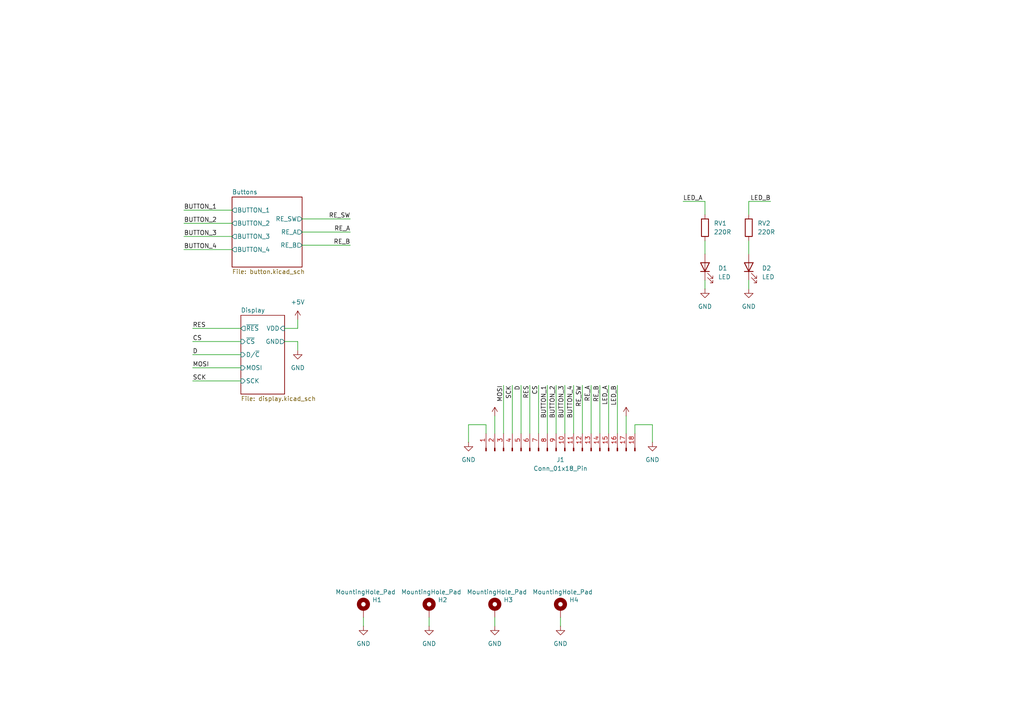
<source format=kicad_sch>
(kicad_sch (version 20250114) (generator "eeschema") (generator_version "9.0")
  (paper "A4")
  (lib_symbols
    (symbol "Connector:Conn_01x18_Pin" (pin_names (offset 1.016) (hide yes))
      (property "Reference" "J" (at 0 22.86 0))
      (property "Value" "Conn_01x18_Pin" (at 0 -25.4 0))
      (symbol "Conn_01x18_Pin_1_1"
        (rectangle (start 0.8636 20.447) (end 0 20.193) (stroke (width 0.1524)) (fill (type outline)))
        (rectangle (start 0.8636 17.907) (end 0 17.653) (stroke (width 0.1524)) (fill (type outline)))
        (rectangle (start 0.8636 15.367) (end 0 15.113) (stroke (width 0.1524)) (fill (type outline)))
        (rectangle (start 0.8636 12.827) (end 0 12.573) (stroke (width 0.1524)) (fill (type outline)))
        (rectangle (start 0.8636 10.287) (end 0 10.033) (stroke (width 0.1524)) (fill (type outline)))
        (rectangle (start 0.8636 7.747) (end 0 7.493) (stroke (width 0.1524)) (fill (type outline)))
        (rectangle (start 0.8636 5.207) (end 0 4.953) (stroke (width 0.1524)) (fill (type outline)))
        (rectangle (start 0.8636 2.667) (end 0 2.413) (stroke (width 0.1524)) (fill (type outline)))
        (rectangle (start 0.8636 0.127) (end 0 -0.127) (stroke (width 0.1524)) (fill (type outline)))
        (rectangle (start 0.8636 -2.413) (end 0 -2.667) (stroke (width 0.1524)) (fill (type outline)))
        (rectangle (start 0.8636 -4.953) (end 0 -5.207) (stroke (width 0.1524)) (fill (type outline)))
        (rectangle (start 0.8636 -7.493) (end 0 -7.747) (stroke (width 0.1524)) (fill (type outline)))
        (rectangle (start 0.8636 -10.033) (end 0 -10.287) (stroke (width 0.1524)) (fill (type outline)))
        (rectangle (start 0.8636 -12.573) (end 0 -12.827) (stroke (width 0.1524)) (fill (type outline)))
        (rectangle (start 0.8636 -15.113) (end 0 -15.367) (stroke (width 0.1524)) (fill (type outline)))
        (rectangle (start 0.8636 -17.653) (end 0 -17.907) (stroke (width 0.1524)) (fill (type outline)))
        (rectangle (start 0.8636 -20.193) (end 0 -20.447) (stroke (width 0.1524)) (fill (type outline)))
        (rectangle (start 0.8636 -22.733) (end 0 -22.987) (stroke (width 0.1524)) (fill (type outline)))
        (polyline (pts (xy 1.27 20.32) (xy 0.8636 20.32)) (stroke (width 0.1524)))
        (polyline (pts (xy 1.27 17.78) (xy 0.8636 17.78)) (stroke (width 0.1524)))
        (polyline (pts (xy 1.27 15.24) (xy 0.8636 15.24)) (stroke (width 0.1524)))
        (polyline (pts (xy 1.27 12.7) (xy 0.8636 12.7)) (stroke (width 0.1524)))
        (polyline (pts (xy 1.27 10.16) (xy 0.8636 10.16)) (stroke (width 0.1524)))
        (polyline (pts (xy 1.27 7.62) (xy 0.8636 7.62)) (stroke (width 0.1524)))
        (polyline (pts (xy 1.27 5.08) (xy 0.8636 5.08)) (stroke (width 0.1524)))
        (polyline (pts (xy 1.27 2.54) (xy 0.8636 2.54)) (stroke (width 0.1524)))
        (polyline (pts (xy 1.27 0) (xy 0.8636 0)) (stroke (width 0.1524)))
        (polyline (pts (xy 1.27 -2.54) (xy 0.8636 -2.54)) (stroke (width 0.1524)))
        (polyline (pts (xy 1.27 -5.08) (xy 0.8636 -5.08)) (stroke (width 0.1524)))
        (polyline (pts (xy 1.27 -7.62) (xy 0.8636 -7.62)) (stroke (width 0.1524)))
        (polyline (pts (xy 1.27 -10.16) (xy 0.8636 -10.16)) (stroke (width 0.1524)))
        (polyline (pts (xy 1.27 -12.7) (xy 0.8636 -12.7)) (stroke (width 0.1524)))
        (polyline (pts (xy 1.27 -15.24) (xy 0.8636 -15.24)) (stroke (width 0.1524)))
        (polyline (pts (xy 1.27 -17.78) (xy 0.8636 -17.78)) (stroke (width 0.1524)))
        (polyline (pts (xy 1.27 -20.32) (xy 0.8636 -20.32)) (stroke (width 0.1524)))
        (polyline (pts (xy 1.27 -22.86) (xy 0.8636 -22.86)) (stroke (width 0.1524)))
        (pin passive line (at 5.08 20.32 180) (length 3.81) (name "Pin_1") (number "1"))
        (pin passive line (at 5.08 17.78 180) (length 3.81) (name "Pin_2") (number "2"))
        (pin passive line (at 5.08 15.24 180) (length 3.81) (name "Pin_3") (number "3"))
        (pin passive line (at 5.08 12.7 180) (length 3.81) (name "Pin_4") (number "4"))
        (pin passive line (at 5.08 10.16 180) (length 3.81) (name "Pin_5") (number "5"))
        (pin passive line (at 5.08 7.62 180) (length 3.81) (name "Pin_6") (number "6"))
        (pin passive line (at 5.08 5.08 180) (length 3.81) (name "Pin_7") (number "7"))
        (pin passive line (at 5.08 2.54 180) (length 3.81) (name "Pin_8") (number "8"))
        (pin passive line (at 5.08 0 180) (length 3.81) (name "Pin_9") (number "9"))
        (pin passive line (at 5.08 -2.54 180) (length 3.81) (name "Pin_10") (number "10"))
        (pin passive line (at 5.08 -5.08 180) (length 3.81) (name "Pin_11") (number "11"))
        (pin passive line (at 5.08 -7.62 180) (length 3.81) (name "Pin_12") (number "12"))
        (pin passive line (at 5.08 -10.16 180) (length 3.81) (name "Pin_13") (number "13"))
        (pin passive line (at 5.08 -12.7 180) (length 3.81) (name "Pin_14") (number "14"))
        (pin passive line (at 5.08 -15.24 180) (length 3.81) (name "Pin_15") (number "15"))
        (pin passive line (at 5.08 -17.78 180) (length 3.81) (name "Pin_16") (number "16"))
        (pin passive line (at 5.08 -20.32 180) (length 3.81) (name "Pin_17") (number "17"))
        (pin passive line (at 5.08 -22.86 180) (length 3.81) (name "Pin_18") (number "18"))
      )
    )
    (symbol "Device:LED" (pin_numbers (hide yes)) (pin_names (offset 1.016) (hide yes))
      (property "Reference" "D" (at 0 2.54 0))
      (property "Value" "LED" (at 0 -2.54 0))
      (symbol "LED_0_1"
        (polyline (pts (xy -3.048 -0.762) (xy -4.572 -2.286) (xy -3.81 -2.286) (xy -4.572 -2.286) (xy -4.572 -1.524)))
        (polyline (pts (xy -1.778 -0.762) (xy -3.302 -2.286) (xy -2.54 -2.286) (xy -3.302 -2.286) (xy -3.302 -1.524)))
        (polyline (pts (xy -1.27 0) (xy 1.27 0)))
        (polyline (pts (xy -1.27 -1.27) (xy -1.27 1.27)) (stroke (width 0.254)))
        (polyline (pts (xy 1.27 -1.27) (xy 1.27 1.27) (xy -1.27 0) (xy 1.27 -1.27)) (stroke (width 0.254)))
      )
      (symbol "LED_1_1"
        (pin passive line (at -3.81 0 0) (length 2.54) (name "K") (number "1"))
        (pin passive line (at 3.81 0 180) (length 2.54) (name "A") (number "2"))
      )
    )
    (symbol "Device:R" (pin_numbers (hide yes)) (pin_names (offset 0))
      (property "Reference" "R" (at 2.032 0 90))
      (property "Value" "R" (at 0 0 90))
      (symbol "R_0_1"
        (rectangle (start -1.016 -2.54) (end 1.016 2.54) (stroke (width 0.254)))
      )
      (symbol "R_1_1"
        (pin passive line (at 0 3.81 270) (length 1.27) (name "~") (number "1"))
        (pin passive line (at 0 -3.81 90) (length 1.27) (name "~") (number "2"))
      )
    )
    (symbol "Mechanical:MountingHole_Pad" (pin_numbers (hide yes)) (pin_names (offset 1.016) (hide yes)) (in_bom no)
      (property "Reference" "H" (at 0 6.35 0))
      (property "Value" "MountingHole_Pad" (at 0 4.445 0))
      (symbol "MountingHole_Pad_0_1"
        (circle (center 0 1.27) (radius 1.27) (stroke (width 1.27)))
      )
      (symbol "MountingHole_Pad_1_1"
        (pin input line (at 0 -2.54 90) (length 2.54) (name "1") (number "1"))
      )
    )
    (symbol "power:+5V" (power) (pin_numbers (hide yes)) (pin_names (offset 0) (hide yes))
      (property "Value" "+5V" (at 0 3.556 0))
      (symbol "+5V_0_1"
        (polyline (pts (xy -0.762 1.27) (xy 0 2.54)))
        (polyline (pts (xy 0 2.54) (xy 0.762 1.27)))
        (polyline (pts (xy 0 0) (xy 0 2.54)))
      )
      (symbol "+5V_1_1"
        (pin power_in line (at 0 0 90) (length 0) (name "~") (number "1"))
      )
    )
    (symbol "power:GND" (power) (pin_numbers (hide yes)) (pin_names (offset 0) (hide yes))
      (property "Value" "GND" (at 0 -3.81 0))
      (symbol "GND_0_1"
        (polyline (pts (xy 0 0) (xy 0 -1.27) (xy 1.27 -1.27) (xy 0 -2.54) (xy -1.27 -1.27) (xy 0 -1.27)))
      )
      (symbol "GND_1_1"
        (pin power_in line (at 0 0 270) (length 0) (name "~") (number "1"))
      )
    )
  )
  (wire (pts (xy 105.41 179.07) (xy 105.41 181.61)))
  (wire (pts (xy 151.13 111.76) (xy 151.13 125.73)))
  (wire (pts (xy 55.88 99.06) (xy 69.85 99.06)))
  (wire (pts (xy 184.15 125.73) (xy 184.15 123.19)))
  (wire (pts (xy 148.59 111.76) (xy 148.59 125.73)))
  (wire (pts (xy 181.61 120.65) (xy 181.61 125.73)))
  (wire (pts (xy 86.36 99.06) (xy 82.55 99.06)))
  (wire (pts (xy 101.6 67.31) (xy 87.63 67.31)))
  (wire (pts (xy 163.83 111.76) (xy 163.83 125.73)))
  (wire (pts (xy 217.17 81.28) (xy 217.17 83.82)))
  (wire (pts (xy 204.47 69.85) (xy 204.47 73.66)))
  (wire (pts (xy 86.36 92.71) (xy 86.36 95.25)))
  (wire (pts (xy 55.88 106.68) (xy 69.85 106.68)))
  (wire (pts (xy 189.23 123.19) (xy 189.23 128.27)))
  (wire (pts (xy 176.53 111.76) (xy 176.53 125.73)))
  (wire (pts (xy 204.47 81.28) (xy 204.47 83.82)))
  (wire (pts (xy 173.99 111.76) (xy 173.99 125.73)))
  (wire (pts (xy 143.51 179.07) (xy 143.51 181.61)))
  (wire (pts (xy 146.05 111.76) (xy 146.05 125.73)))
  (wire (pts (xy 217.17 58.42) (xy 223.52 58.42)))
  (wire (pts (xy 53.34 64.77) (xy 67.31 64.77)))
  (wire (pts (xy 158.75 111.76) (xy 158.75 125.73)))
  (wire (pts (xy 143.51 120.65) (xy 143.51 125.73)))
  (wire (pts (xy 135.89 123.19) (xy 135.89 128.27)))
  (wire (pts (xy 124.46 179.07) (xy 124.46 181.61)))
  (wire (pts (xy 217.17 69.85) (xy 217.17 73.66)))
  (wire (pts (xy 217.17 62.23) (xy 217.17 58.42)))
  (wire (pts (xy 101.6 63.5) (xy 87.63 63.5)))
  (wire (pts (xy 55.88 95.25) (xy 69.85 95.25)))
  (wire (pts (xy 179.07 111.76) (xy 179.07 125.73)))
  (wire (pts (xy 168.91 111.76) (xy 168.91 125.73)))
  (wire (pts (xy 156.21 111.76) (xy 156.21 125.73)))
  (wire (pts (xy 53.34 68.58) (xy 67.31 68.58)))
  (wire (pts (xy 184.15 123.19) (xy 189.23 123.19)))
  (wire (pts (xy 53.34 60.96) (xy 67.31 60.96)))
  (wire (pts (xy 166.37 111.76) (xy 166.37 125.73)))
  (wire (pts (xy 162.56 179.07) (xy 162.56 181.61)))
  (wire (pts (xy 153.67 111.76) (xy 153.67 125.73)))
  (wire (pts (xy 171.45 111.76) (xy 171.45 125.73)))
  (wire (pts (xy 161.29 111.76) (xy 161.29 125.73)))
  (wire (pts (xy 101.6 71.12) (xy 87.63 71.12)))
  (wire (pts (xy 140.97 123.19) (xy 140.97 125.73)))
  (wire (pts (xy 198.12 58.42) (xy 204.47 58.42)))
  (wire (pts (xy 204.47 62.23) (xy 204.47 58.42)))
  (wire (pts (xy 82.55 95.25) (xy 86.36 95.25)))
  (wire (pts (xy 55.88 102.87) (xy 69.85 102.87)))
  (wire (pts (xy 53.34 72.39) (xy 67.31 72.39)))
  (wire (pts (xy 86.36 101.6) (xy 86.36 99.06)))
  (wire (pts (xy 55.88 110.49) (xy 69.85 110.49)))
  (wire (pts (xy 135.89 123.19) (xy 140.97 123.19)))
  (label "RES" (at 153.67 111.76 270))
  (label "CS" (at 156.21 111.76 270))
  (label "BUTTON_4" (at 166.37 111.76 270))
  (label "LED_B" (at 223.52 58.42 180))
  (label "BUTTON_4" (at 53.34 72.39 0))
  (label "SCK" (at 55.88 110.49 0))
  (label "RE_SW" (at 101.6 63.5 180))
  (label "RE_A" (at 171.45 111.76 270))
  (label "BUTTON_3" (at 163.83 111.76 270))
  (label "RE_B" (at 173.99 111.76 270))
  (label "LED_A" (at 176.53 111.76 270))
  (label "BUTTON_1" (at 53.34 60.96 0))
  (label "CS" (at 55.88 99.06 0))
  (label "SCK" (at 148.59 111.76 270))
  (label "MOSI" (at 55.88 106.68 0))
  (label "RE_SW" (at 168.91 111.76 270))
  (label "LED_B" (at 179.07 111.76 270))
  (label "D" (at 55.88 102.87 0))
  (label "D" (at 151.13 111.76 270))
  (label "LED_A" (at 198.12 58.42 0))
  (label "RE_A" (at 101.6 67.31 180))
  (label "BUTTON_1" (at 158.75 111.76 270))
  (label "MOSI" (at 146.05 111.76 270))
  (label "RE_B" (at 101.6 71.12 180))
  (label "BUTTON_2" (at 53.34 64.77 0))
  (label "BUTTON_2" (at 161.29 111.76 270))
  (label "BUTTON_3" (at 53.34 68.58 0))
  (label "RES" (at 55.88 95.25 0))
  (symbol (lib_id "Device:R") (at 217.17 66.04 0) (unit 1)
    (property "Reference" "RV2" (at 219.71 64.7699 0) (effects (justify left)))
    (property "Value" "220R" (at 219.71 67.3099 0) (effects (justify left)))
    (property "Footprint" "Resistor_SMD:R_1206_3216Metric_Pad1.30x1.75mm_HandSolder" (effects (hide yes)))
    (property "Description" "Resistor" (effects (hide yes)))
  )
  (symbol (lib_id "power:GND") (at 217.17 83.82 0) (unit 1)
    (property "Reference" "#PWR022" (effects (hide yes)))
    (property "Value" "GND" (at 217.17 88.9 0))
    (property "Description" "Power symbol creates a global label with name \"GND\" , ground" (effects (hide yes)))
  )
  (symbol (lib_id "Connector:Conn_01x18_Pin") (at 161.29 130.81 90) (unit 1)
    (property "Reference" "J1" (at 162.56 133.35 90))
    (property "Value" "Conn_01x18_Pin" (at 162.56 135.89 90))
    (property "Footprint" "Connector_PinHeader_2.54mm:PinHeader_1x18_P2.54mm_Vertical" (effects (hide yes)))
    (property "Description" "Generic connector, single row, 01x18, script generated" (effects (hide yes)))
  )
  (symbol (lib_id "power:GND") (at 105.41 181.61 0) (unit 1)
    (property "Reference" "#PWR030" (effects (hide yes)))
    (property "Value" "GND" (at 105.41 186.69 0))
    (property "Description" "Power symbol creates a global label with name \"GND\" , ground" (effects (hide yes)))
  )
  (symbol (lib_id "Mechanical:MountingHole_Pad") (at 143.51 176.53 0) (unit 1) (in_bom no)
    (property "Reference" "H3" (at 146.05 173.9899 0) (effects (justify left)))
    (property "Value" "MountingHole_Pad" (at 135.382 171.704 0) (effects (justify left)))
    (property "Footprint" "MountingHole:MountingHole_2.2mm_M2_DIN965_Pad" (effects (hide yes)))
    (property "Description" "Mounting Hole with connection" (effects (hide yes)))
  )
  (symbol (lib_id "Mechanical:MountingHole_Pad") (at 124.46 176.53 0) (unit 1) (in_bom no)
    (property "Reference" "H2" (at 127 173.9899 0) (effects (justify left)))
    (property "Value" "MountingHole_Pad" (at 116.332 171.704 0) (effects (justify left)))
    (property "Footprint" "MountingHole:MountingHole_2.2mm_M2_DIN965_Pad" (effects (hide yes)))
    (property "Description" "Mounting Hole with connection" (effects (hide yes)))
  )
  (symbol (lib_id "Mechanical:MountingHole_Pad") (at 162.56 176.53 0) (unit 1) (in_bom no)
    (property "Reference" "H4" (at 165.1 173.9899 0) (effects (justify left)))
    (property "Value" "MountingHole_Pad" (at 154.432 171.704 0) (effects (justify left)))
    (property "Footprint" "MountingHole:MountingHole_2.2mm_M2_DIN965_Pad" (effects (hide yes)))
    (property "Description" "Mounting Hole with connection" (effects (hide yes)))
  )
  (symbol (lib_id "power:+5V") (at 86.36 92.71 0) (unit 1)
    (property "Reference" "#PWR024" (effects (hide yes)))
    (property "Value" "+5V" (at 86.36 87.63 0))
    (property "Description" "Power symbol creates a global label with name \"+5V\"" (effects (hide yes)))
  )
  (symbol (lib_id "power:+5V") (at 143.51 120.65 0) (unit 1)
    (property "Reference" "#PWR028" (effects (hide yes)))
    (property "Value" "+5V" (effects (hide yes)))
    (property "Description" "Power symbol creates a global label with name \"+5V\"" (effects (hide yes)))
  )
  (symbol (lib_id "Device:LED") (at 204.47 77.47 90) (unit 1)
    (property "Reference" "D1" (at 208.28 77.7874 90) (effects (justify right)))
    (property "Value" "LED" (at 208.28 80.3274 90) (effects (justify right)))
    (property "Footprint" "LED_THT:LED_D5.0mm" (effects (hide yes)))
    (property "Description" "Light emitting diode" (effects (hide yes)))
    (property "Sim.Pins" "1=K 2=A" (effects (hide yes)))
  )
  (symbol (lib_id "power:+5V") (at 181.61 120.65 0) (unit 1)
    (property "Reference" "#PWR026" (effects (hide yes)))
    (property "Value" "+5V" (effects (hide yes)))
    (property "Description" "Power symbol creates a global label with name \"+5V\"" (effects (hide yes)))
  )
  (symbol (lib_id "Device:LED") (at 217.17 77.47 90) (unit 1)
    (property "Reference" "D2" (at 220.98 77.7874 90) (effects (justify right)))
    (property "Value" "LED" (at 220.98 80.3274 90) (effects (justify right)))
    (property "Footprint" "LED_THT:LED_D5.0mm" (effects (hide yes)))
    (property "Description" "Light emitting diode" (effects (hide yes)))
    (property "Sim.Pins" "1=K 2=A" (effects (hide yes)))
  )
  (symbol (lib_id "power:GND") (at 135.89 128.27 0) (unit 1)
    (property "Reference" "#PWR029" (effects (hide yes)))
    (property "Value" "GND" (at 135.89 133.35 0))
    (property "Description" "Power symbol creates a global label with name \"GND\" , ground" (effects (hide yes)))
  )
  (symbol (lib_id "power:GND") (at 162.56 181.61 0) (unit 1)
    (property "Reference" "#PWR033" (effects (hide yes)))
    (property "Value" "GND" (at 162.56 186.69 0))
    (property "Description" "Power symbol creates a global label with name \"GND\" , ground" (effects (hide yes)))
  )
  (symbol (lib_id "power:GND") (at 189.23 128.27 0) (unit 1)
    (property "Reference" "#PWR027" (effects (hide yes)))
    (property "Value" "GND" (at 189.23 133.35 0))
    (property "Description" "Power symbol creates a global label with name \"GND\" , ground" (effects (hide yes)))
  )
  (symbol (lib_id "Device:R") (at 204.47 66.04 0) (unit 1)
    (property "Reference" "RV1" (at 207.01 64.7699 0) (effects (justify left)))
    (property "Value" "220R" (at 207.01 67.3099 0) (effects (justify left)))
    (property "Footprint" "Resistor_SMD:R_1206_3216Metric_Pad1.30x1.75mm_HandSolder" (effects (hide yes)))
    (property "Description" "Resistor" (effects (hide yes)))
  )
  (symbol (lib_id "power:GND") (at 143.51 181.61 0) (unit 1)
    (property "Reference" "#PWR032" (effects (hide yes)))
    (property "Value" "GND" (at 143.51 186.69 0))
    (property "Description" "Power symbol creates a global label with name \"GND\" , ground" (effects (hide yes)))
  )
  (symbol (lib_id "power:GND") (at 86.36 101.6 0) (unit 1)
    (property "Reference" "#PWR025" (effects (hide yes)))
    (property "Value" "GND" (at 86.36 106.68 0))
    (property "Description" "Power symbol creates a global label with name \"GND\" , ground" (effects (hide yes)))
  )
  (symbol (lib_id "Mechanical:MountingHole_Pad") (at 105.41 176.53 0) (unit 1) (in_bom no)
    (property "Reference" "H1" (at 107.95 173.9899 0) (effects (justify left)))
    (property "Value" "MountingHole_Pad" (at 97.282 171.704 0) (effects (justify left)))
    (property "Footprint" "MountingHole:MountingHole_2.2mm_M2_DIN965_Pad" (effects (hide yes)))
    (property "Description" "Mounting Hole with connection" (effects (hide yes)))
  )
  (symbol (lib_id "power:GND") (at 124.46 181.61 0) (unit 1)
    (property "Reference" "#PWR031" (effects (hide yes)))
    (property "Value" "GND" (at 124.46 186.69 0))
    (property "Description" "Power symbol creates a global label with name \"GND\" , ground" (effects (hide yes)))
  )
  (symbol (lib_id "power:GND") (at 204.47 83.82 0) (unit 1)
    (property "Reference" "#PWR020" (effects (hide yes)))
    (property "Value" "GND" (at 204.47 88.9 0))
    (property "Description" "Power symbol creates a global label with name \"GND\" , ground" (effects (hide yes)))
  )
  (sheet (at 67.31 57.15) (size 20.32 20.32) (stroke (width 0.1524))
    (property "Sheetname" "Buttons" (at 67.31 56.4384 0) (effects (justify left bottom)))
    (property "Sheetfile" "button.kicad_sch" (at 67.31 78.0546 0) (effects (justify left top)))
    (pin "BUTTON_4" output (at 67.31 72.39 180))
    (pin "BUTTON_1" output (at 67.31 60.96 180))
    (pin "BUTTON_2" output (at 67.31 64.77 180))
    (pin "RE_SW" output (at 87.63 63.5 0))
    (pin "RE_B" output (at 87.63 71.12 0))
    (pin "BUTTON_3" output (at 67.31 68.58 180))
    (pin "RE_A" output (at 87.63 67.31 0))
  )
  (sheet (at 69.85 91.44) (size 12.7 22.86) (stroke (width 0.1524))
    (property "Sheetname" "Display" (at 69.85 90.7284 0) (effects (justify left bottom)))
    (property "Sheetfile" "display.kicad_sch" (at 69.85 114.8846 0) (effects (justify left top)))
    (pin "D{slash}~{C}" input (at 69.85 102.87 180))
    (pin "GND" output (at 82.55 99.06 0))
    (pin "MOSI" input (at 69.85 106.68 180))
    (pin "SCK" input (at 69.85 110.49 180))
    (pin "VDD" input (at 82.55 95.25 0))
    (pin "~{CS}" input (at 69.85 99.06 180))
    (pin "~{RES}" output (at 69.85 95.25 180))
  )
)
</source>
